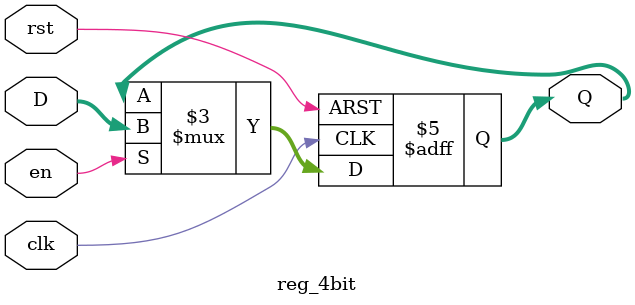
<source format=sv>
module reg_4bit(input clk,rst,en,
				input [3:0]D,
				output logic [3:0]Q);
	always_ff@(negedge clk or posedge rst)
		if(rst) Q = 4'h0;
		else 
			if(en) Q=D;
endmodule
</source>
